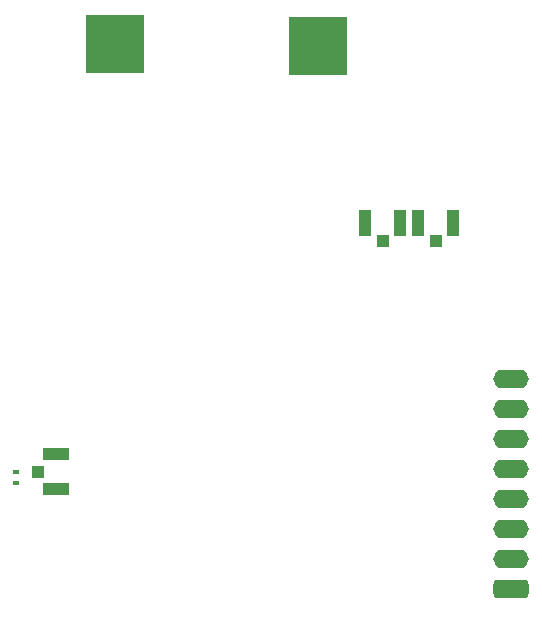
<source format=gbr>
G04*
G04 #@! TF.GenerationSoftware,Altium Limited,Altium Designer,25.5.2 (35)*
G04*
G04 Layer_Color=128*
%FSLAX25Y25*%
%MOIN*%
G70*
G04*
G04 #@! TF.SameCoordinates,0BB90384-501E-406B-A6C2-AE9EDDEAC3CB*
G04*
G04*
G04 #@! TF.FilePolarity,Positive*
G04*
G01*
G75*
%ADD22R,0.02254X0.01438*%
%ADD30R,0.08661X0.04134*%
%ADD31R,0.19685X0.19685*%
%ADD36R,0.19685X0.19685*%
%ADD40R,0.04134X0.03937*%
%ADD69O,0.11811X0.06299*%
G04:AMPARAMS|DCode=70|XSize=62.99mil|YSize=118.11mil|CornerRadius=15.75mil|HoleSize=0mil|Usage=FLASHONLY|Rotation=90.000|XOffset=0mil|YOffset=0mil|HoleType=Round|Shape=RoundedRectangle|*
%AMROUNDEDRECTD70*
21,1,0.06299,0.08661,0,0,90.0*
21,1,0.03150,0.11811,0,0,90.0*
1,1,0.03150,0.04331,0.01575*
1,1,0.03150,0.04331,-0.01575*
1,1,0.03150,-0.04331,-0.01575*
1,1,0.03150,-0.04331,0.01575*
%
%ADD70ROUNDEDRECTD70*%
%ADD71R,0.04134X0.08661*%
%ADD72R,0.03937X0.04134*%
D22*
X25492Y40437D02*
D03*
Y44012D02*
D03*
D30*
X38600Y38293D02*
D03*
Y49907D02*
D03*
D31*
X126169Y186183D02*
D03*
D36*
X58429Y186620D02*
D03*
D40*
X32596Y44100D02*
D03*
D69*
X190300Y75100D02*
D03*
Y65100D02*
D03*
Y55100D02*
D03*
Y45100D02*
D03*
Y35100D02*
D03*
Y25100D02*
D03*
Y15100D02*
D03*
D70*
Y5100D02*
D03*
D71*
X153445Y126969D02*
D03*
X141831D02*
D03*
X171161D02*
D03*
X159547D02*
D03*
D72*
X165354Y120965D02*
D03*
X147638D02*
D03*
M02*

</source>
